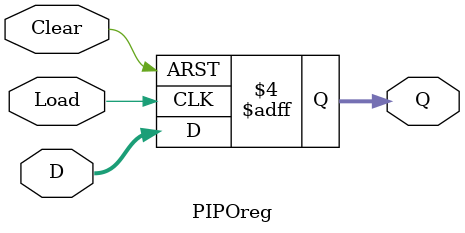
<source format=v>
module PIPOreg  #(parameter N = 4)( 
     input [N-1:0] D,     //declare N-bit data input 
     input Load, Clear,     //declare clock and clear inputs 
     output reg [N-1:0] Q);     //declare N-bit data output      
          always @ (negedge Load, negedge Clear)  //detect change of clock or clear 
               begin  
                    if (Clear==1'b0) Q = 0;   //register loaded with all 0’s 
                         else if (Load==1'b0) Q = D;  //data input values loaded in register 
               end 
endmodule
</source>
